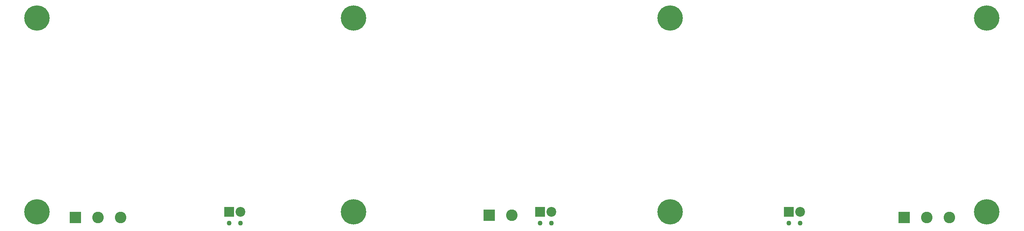
<source format=gbr>
%TF.GenerationSoftware,KiCad,Pcbnew,(5.1.10)-1*%
%TF.CreationDate,2021-06-03T19:49:58-05:00*%
%TF.ProjectId,step_led_panel,73746570-5f6c-4656-945f-70616e656c2e,rev?*%
%TF.SameCoordinates,Original*%
%TF.FileFunction,Soldermask,Bot*%
%TF.FilePolarity,Negative*%
%FSLAX46Y46*%
G04 Gerber Fmt 4.6, Leading zero omitted, Abs format (unit mm)*
G04 Created by KiCad (PCBNEW (5.1.10)-1) date 2021-06-03 19:49:58*
%MOMM*%
%LPD*%
G01*
G04 APERTURE LIST*
%ADD10C,5.700000*%
%ADD11C,1.100000*%
%ADD12C,2.200000*%
%ADD13R,2.200000X2.200000*%
%ADD14C,2.600000*%
%ADD15R,2.600000X2.600000*%
G04 APERTURE END LIST*
D10*
%TO.C,H8*%
X220980000Y-59690000D03*
%TD*%
%TO.C,H7*%
X220980000Y-16002000D03*
%TD*%
%TO.C,H6*%
X149860000Y-59690000D03*
%TD*%
%TO.C,H5*%
X149860000Y-16002000D03*
%TD*%
%TO.C,H4*%
X78740000Y-59690000D03*
%TD*%
%TO.C,H3*%
X78740000Y-16002000D03*
%TD*%
%TO.C,H2*%
X7620000Y-59690000D03*
%TD*%
%TO.C,H1*%
X7620000Y-16002000D03*
%TD*%
D11*
%TO.C,FSR2*%
X123190000Y-62230000D03*
D12*
X123190000Y-59690000D03*
D11*
X120650000Y-62230000D03*
D13*
X120650000Y-59690000D03*
%TD*%
D14*
%TO.C,J3*%
X114300000Y-60452000D03*
D15*
X109220000Y-60452000D03*
%TD*%
D11*
%TO.C,FSR3*%
X179070000Y-62230000D03*
D12*
X179070000Y-59690000D03*
D11*
X176530000Y-62230000D03*
D13*
X176530000Y-59690000D03*
%TD*%
D11*
%TO.C,FSR1*%
X53340000Y-62230000D03*
D12*
X53340000Y-59690000D03*
D11*
X50800000Y-62230000D03*
D13*
X50800000Y-59690000D03*
%TD*%
D14*
%TO.C,J2*%
X212598000Y-60960000D03*
X207518000Y-60960000D03*
D15*
X202438000Y-60960000D03*
%TD*%
D14*
%TO.C,J1*%
X26416000Y-60960000D03*
X21336000Y-60960000D03*
D15*
X16256000Y-60960000D03*
%TD*%
M02*

</source>
